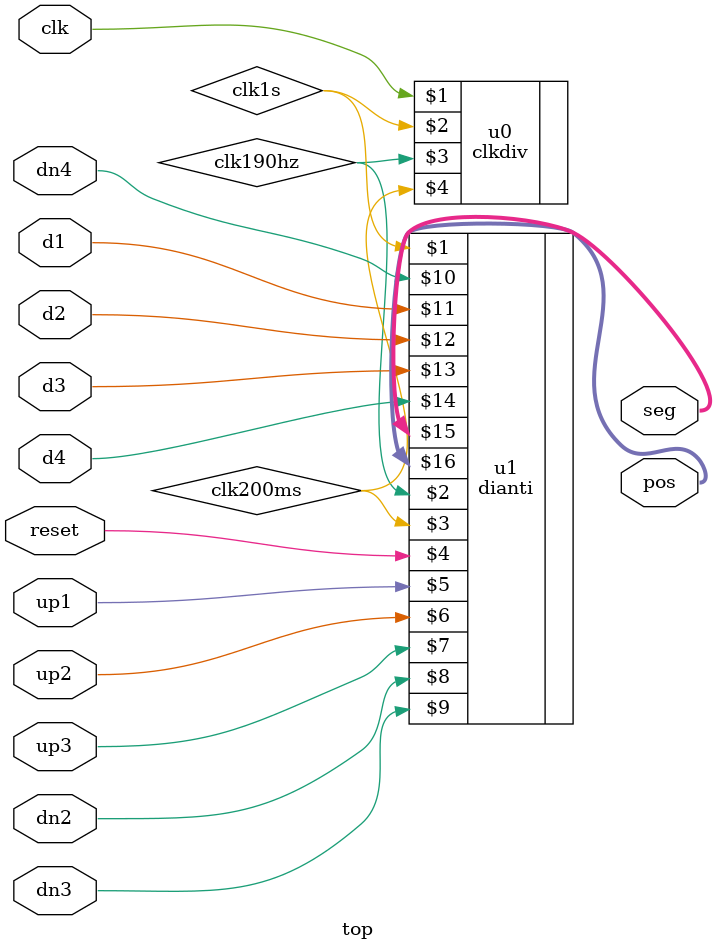
<source format=v>
`timescale 1ns / 1ps
module top(
input clk,
input reset,
input up1,input up2,input up3,input dn2,input dn3,input dn4,
input d1,input d2,input d3,input d4,
output [7:0]seg,      
output [3:0]pos);
wire clk1s,clk190hz,clk200ms;
clkdiv u0( clk, clk1s,clk190hz,clk200ms);
dianti u1(clk1s,clk190hz,clk200ms,reset,up1,up2,up3,dn2,dn3,dn4,d1,d2,d3,d4,seg,pos);
endmodule

</source>
